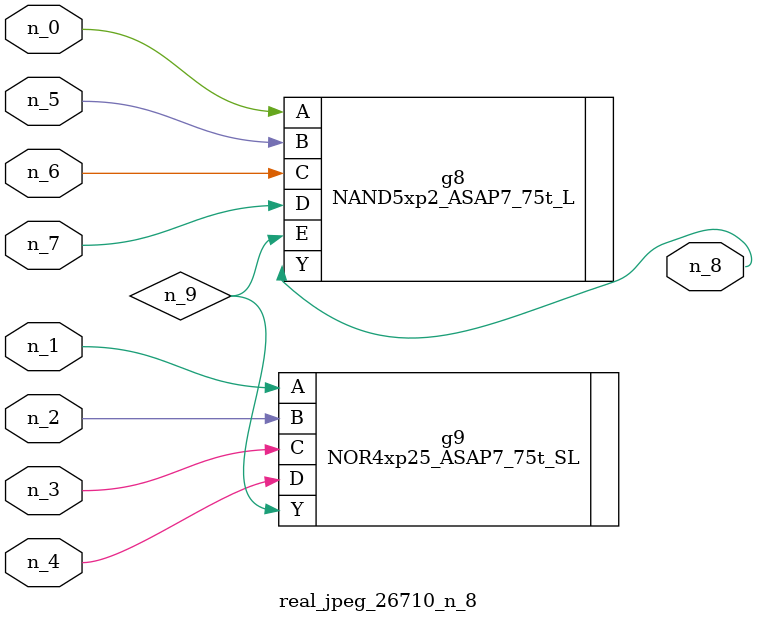
<source format=v>
module real_jpeg_26710_n_8 (n_5, n_4, n_0, n_1, n_2, n_6, n_7, n_3, n_8);

input n_5;
input n_4;
input n_0;
input n_1;
input n_2;
input n_6;
input n_7;
input n_3;

output n_8;

wire n_9;

NAND5xp2_ASAP7_75t_L g8 ( 
.A(n_0),
.B(n_5),
.C(n_6),
.D(n_7),
.E(n_9),
.Y(n_8)
);

NOR4xp25_ASAP7_75t_SL g9 ( 
.A(n_1),
.B(n_2),
.C(n_3),
.D(n_4),
.Y(n_9)
);


endmodule
</source>
